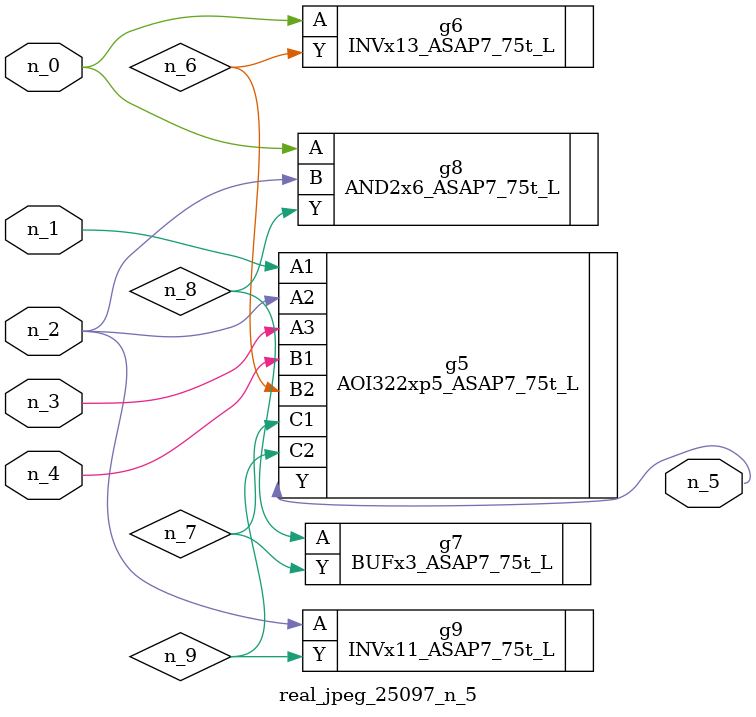
<source format=v>
module real_jpeg_25097_n_5 (n_4, n_0, n_1, n_2, n_3, n_5);

input n_4;
input n_0;
input n_1;
input n_2;
input n_3;

output n_5;

wire n_8;
wire n_6;
wire n_7;
wire n_9;

INVx13_ASAP7_75t_L g6 ( 
.A(n_0),
.Y(n_6)
);

AND2x6_ASAP7_75t_L g8 ( 
.A(n_0),
.B(n_2),
.Y(n_8)
);

AOI322xp5_ASAP7_75t_L g5 ( 
.A1(n_1),
.A2(n_2),
.A3(n_3),
.B1(n_4),
.B2(n_6),
.C1(n_7),
.C2(n_9),
.Y(n_5)
);

INVx11_ASAP7_75t_L g9 ( 
.A(n_2),
.Y(n_9)
);

BUFx3_ASAP7_75t_L g7 ( 
.A(n_8),
.Y(n_7)
);


endmodule
</source>
